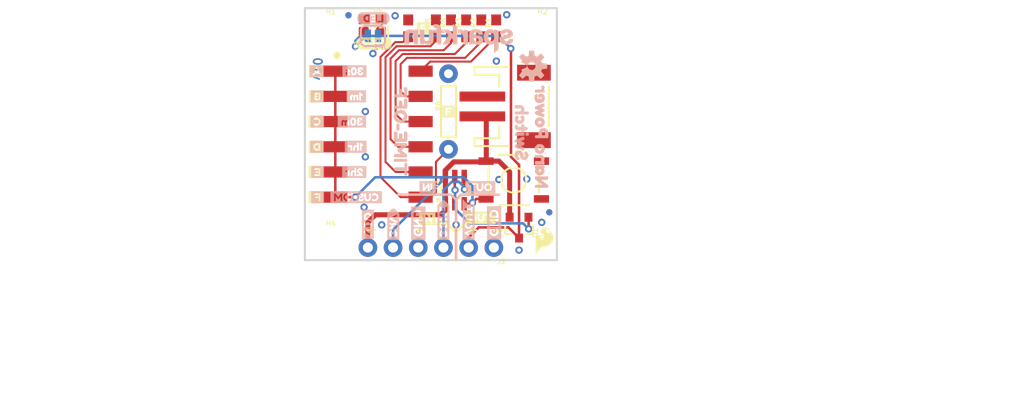
<source format=kicad_pcb>
(kicad_pcb (version 20211014) (generator pcbnew)
  (layers (0 "F.Cu" signal) (31 "B.Cu" signal) (34 "B.Paste" user) (35 "F.Paste" user) (36 "B.SilkS" user "B.Silkscreen") (37 "F.SilkS" user "F.Silkscreen") (38 "B.Mask" user) (39 "F.Mask" user) (44 "Edge.Cuts" user))
  (net 0 "")
  (net 1 "GND")
  (net 2 "VDD")
  (net 3 "N$1")
  (net 4 "N$5")
  (net 5 "N$6")
  (net 6 "N$9")
  (net 7 "N$8")
  (net 8 "N$7")
  (net 9 "N$4")
  (net 10 "~{DRV}")
  (net 11 "N$11")
  (net 12 "DONE")
  (net 13 "DELAY/M_DRIVE")
  (net 14 "VDD_OUT")
  (footprint "boardEagle:FIDUCIAL-MICRO" (layer "F.Cu") (at 160.4391 112.8776)
    (fp_text reference "FD4" hide)
    (fp_text value "FIDUCIALUFIDUCIAL" hide)
    (pad "1" smd roundrect (at 0 0) (size 0.635 0.635) (layers "F.Cu" "F.Mask") (roundrect_rratio 0.5))
  )
  (footprint "boardEagle:D3" (layer "F.Cu") (at 135.8011 106.2736)
    (fp_text reference "U$20" hide)
    (fp_text value "" hide)
  )
  (footprint "boardEagle:0603" (layer "F.Cu") (at 155.0797 94.3356 90)
    (fp_text reference "R1" (at 0 -0.762 90) (layer "F.SilkS") (effects (font (size 0.512064 0.512064) (thickness 0.097536)) (justify left)))
    (fp_text value "16.2k")
    (pad "1" smd rect (at -0.85 0 90) (size 1.1 1) (layers "F.Cu" "F.Paste" "F.Mask") (net 9 "N$4"))
    (pad "2" smd rect (at 0.85 0 90) (size 1.1 1) (layers "F.Cu" "F.Paste" "F.Mask") (net 1 "GND"))
  )
  (footprint "boardEagle:AXIAL-0.3" (layer "F.Cu") (at 150.2791 102.7176 90)
    (fp_text reference "R8" (at 0 -1.016 90) (layer "F.SilkS") (effects (font (size 0.512064 0.512064) (thickness 0.097536)) (justify left)))
    (fp_text value " ")
    (pad "P$1" thru_hole circle (at -3.81 0 90) (size 1.8796 1.8796) (drill 0.9) (layers *.Cu *.Mask) (net 6 "N$9"))
    (pad "P$2" thru_hole circle (at 3.81 0 90) (size 1.8796 1.8796) (drill 0.9) (layers *.Cu *.Mask) (net 1 "GND"))
  )
  (footprint "boardEagle:CREATIVE_COMMONS" (layer "F.Cu") (at 125.3871 133.1976)
    (fp_text reference "FRAME1" hide)
    (fp_text value "FRAME-LETTER" hide)
  )
  (footprint "boardEagle:0603" (layer "F.Cu") (at 152.0571 94.3356 90)
    (fp_text reference "R3" (at 0 -0.762 90) (layer "F.SilkS") (effects (font (size 0.512064 0.512064) (thickness 0.097536)) (justify left)))
    (fp_text value "93.1k")
    (pad "1" smd rect (at -0.85 0 90) (size 1.1 1) (layers "F.Cu" "F.Paste" "F.Mask") (net 5 "N$6"))
    (pad "2" smd rect (at 0.85 0 90) (size 1.1 1) (layers "F.Cu" "F.Paste" "F.Mask") (net 1 "GND"))
  )
  (footprint "boardEagle:FIDUCIAL-MICRO" (layer "F.Cu") (at 140.1953 93.0148)
    (fp_text reference "FD2" hide)
    (fp_text value "FIDUCIALUFIDUCIAL" hide)
    (pad "1" smd roundrect (at 0 0) (size 0.635 0.635) (layers "F.Cu" "F.Mask") (roundrect_rratio 0.5))
  )
  (footprint "boardEagle:DIPSWITCH-06-SMD" (layer "F.Cu") (at 143.1671 105.0036 -90)
    (fp_text reference "SW1" (at -8.89 2.54) (layer "F.SilkS") (effects (font (size 0.752978 0.752978) (thickness 0.059822)) (justify left)))
    (fp_text value "DIP-06")
    (pad "1" smd rect (at -6.35 4.3) (size 2.44 1.13) (layers "F.Cu" "F.Paste" "F.Mask") (net 13 "DELAY/M_DRIVE"))
    (pad "2" smd rect (at -3.81 4.3) (size 2.44 1.13) (layers "F.Cu" "F.Paste" "F.Mask") (net 13 "DELAY/M_DRIVE"))
    (pad "3" smd rect (at -1.27 4.3) (size 2.44 1.13) (layers "F.Cu" "F.Paste" "F.Mask") (net 13 "DELAY/M_DRIVE"))
    (pad "4" smd rect (at 1.27 4.3) (size 2.44 1.13) (layers "F.Cu" "F.Paste" "F.Mask") (net 13 "DELAY/M_DRIVE"))
    (pad "5" smd rect (at 3.81 4.3) (size 2.44 1.13) (layers "F.Cu" "F.Paste" "F.Mask") (net 13 "DELAY/M_DRIVE"))
    (pad "6" smd rect (at 6.35 4.3) (size 2.44 1.13) (layers "F.Cu" "F.Paste" "F.Mask") (net 13 "DELAY/M_DRIVE"))
    (pad "7" smd rect (at 6.35 -4.3) (size 2.44 1.13) (layers "F.Cu" "F.Paste" "F.Mask") (net 6 "N$9"))
    (pad "8" smd rect (at 3.81 -4.3) (size 2.44 1.13) (layers "F.Cu" "F.Paste" "F.Mask") (net 7 "N$8"))
    (pad "9" smd rect (at 1.27 -4.3) (size 2.44 1.13) (layers "F.Cu" "F.Paste" "F.Mask") (net 8 "N$7"))
    (pad "10" smd rect (at -1.27 -4.3) (size 2.44 1.13) (layers "F.Cu" "F.Paste" "F.Mask") (net 5 "N$6"))
    (pad "11" smd rect (at -3.81 -4.3) (size 2.44 1.13) (layers "F.Cu" "F.Paste" "F.Mask") (net 4 "N$5"))
    (pad "12" smd rect (at -6.35 -4.3) (size 2.44 1.13) (layers "F.Cu" "F.Paste" "F.Mask") (net 9 "N$4"))
  )
  (footprint "boardEagle:B1" (layer "F.Cu") (at 135.8011 101.1936)
    (fp_text reference "U$18" hide)
    (fp_text value "" hide)
  )
  (footprint "boardEagle:STAND-OFF-TIGHT" (layer "F.Cu") (at 159.1691 94.3356)
    (fp_text reference "H2" (at 0 -1.651) (layer "F.SilkS") (effects (font (size 0.512064 0.512064) (thickness 0.097536)) (justify left)))
    (fp_text value "STAND-OFFTIGHT")
    (pad "" np_thru_hole circle (at 0 0) (size 3.048 3.048) (drill 3.048) (layers *.Cu *.Mask))
  )
  (footprint "boardEagle:F5" (layer "F.Cu") (at 146.7231 94.3356)
    (fp_text reference "U$24" hide)
    (fp_text value "" hide)
  )
  (footprint "boardEagle:OUT1" (layer "F.Cu") (at 151.6507 113.411)
    (fp_text reference "U$34" hide)
    (fp_text value "" hide)
  )
  (footprint "boardEagle:C2" (layer "F.Cu") (at 135.8011 103.7336)
    (fp_text reference "U$19" hide)
    (fp_text value "" hide)
  )
  (footprint "boardEagle:STAND-OFF-TIGHT" (layer "F.Cu") (at 137.8331 115.6716)
    (fp_text reference "H4" (at 0 -1.651) (layer "F.SilkS") (effects (font (size 0.512064 0.512064) (thickness 0.097536)) (justify left)))
    (fp_text value "STAND-OFFTIGHT")
    (pad "" np_thru_hole circle (at 0 0) (size 3.048 3.048) (drill 3.048) (layers *.Cu *.Mask))
  )
  (footprint "boardEagle:A0" (layer "F.Cu") (at 135.8011 98.6536)
    (fp_text reference "U$17" hide)
    (fp_text value "" hide)
  )
  (footprint "boardEagle:0603" (layer "F.Cu") (at 153.5811 94.3356 90)
    (fp_text reference "R2" (at 0 -0.762 90) (layer "F.SilkS") (effects (font (size 0.512064 0.512064) (thickness 0.097536)) (justify left)))
    (fp_text value "22k")
    (pad "1" smd rect (at -0.85 0 90) (size 1.1 1) (layers "F.Cu" "F.Paste" "F.Mask") (net 4 "N$5"))
    (pad "2" smd rect (at 0.85 0 90) (size 1.1 1) (layers "F.Cu" "F.Paste" "F.Mask") (net 1 "GND"))
  )
  (footprint "boardEagle:SOT23-3" (layer "F.Cu") (at 157.3911 114.3762 180)
    (fp_text reference "Q1" (at -1.651 0 90) (layer "F.SilkS") (effects (font (size 0.512064 0.512064) (thickness 0.097536)) (justify right)))
    (fp_text value "1.1A/60V/600mΩ")
    (pad "1" smd rect (at -0.95 1 180) (size 0.8 0.9) (layers "F.Cu" "F.Paste" "F.Mask") (net 10 "~{DRV}"))
    (pad "2" smd rect (at 0.95 1 180) (size 0.8 0.9) (layers "F.Cu" "F.Paste" "F.Mask") (net 2 "VDD"))
    (pad "3" smd rect (at 0 -1.1 180) (size 0.8 0.9) (layers "F.Cu" "F.Paste" "F.Mask") (net 14 "VDD_OUT"))
  )
  (footprint "boardEagle:1X06_NO_SILK" (layer "F.Cu") (at 154.8511 116.4336 180)
    (fp_text reference "J2" (at -1.27 -1.397) (layer "F.SilkS") (effects (font (size 0.512064 0.512064) (thickness 0.097536)) (justify right)))
    (fp_text value "")
    (pad "1" thru_hole circle (at 0 0 270) (size 1.8796 1.8796) (drill 1.016) (layers *.Cu *.Mask) (net 1 "GND"))
    (pad "2" thru_hole circle (at 2.54 0 270) (size 1.8796 1.8796) (drill 1.016) (layers *.Cu *.Mask) (net 14 "VDD_OUT"))
    (pad "3" thru_hole circle (at 5.08 0 270) (size 1.8796 1.8796) (drill 1.016) (layers *.Cu *.Mask) (net 12 "DONE"))
    (pad "4" thru_hole circle (at 7.62 0 270) (size 1.8796 1.8796) (drill 1.016) (layers *.Cu *.Mask) (net 1 "GND"))
    (pad "5" thru_hole circle (at 10.16 0 270) (size 1.8796 1.8796) (drill 1.016) (layers *.Cu *.Mask) (net 13 "DELAY/M_DRIVE"))
    (pad "6" thru_hole circle (at 12.7 0 270) (size 1.8796 1.8796) (drill 1.016) (layers *.Cu *.Mask) (net 2 "VDD"))
  )
  (footprint "boardEagle:LED-0603" (layer "F.Cu") (at 142.6083 94.6912)
    (fp_text reference "D1" (at 0 -0.635) (layer "F.SilkS") (effects (font (size 0.512064 0.512064) (thickness 0.097536)) (justify left)))
    (fp_text value "RED")
    (pad "A" smd roundrect (at -0.877 0 270) (size 1 1) (layers "F.Cu" "F.Paste" "F.Mask") (roundrect_rratio 0.15) (net 11 "N$11"))
    (pad "C" smd roundrect (at 0.877 0 270) (size 1 1) (layers "F.Cu" "F.Paste" "F.Mask") (roundrect_rratio 0.15) (net 3 "N$1"))
  )
  (footprint "boardEagle:PWR-()-03" (layer "F.Cu") (at 140.8811 95.8596)
    (fp_text reference "U$35" hide)
    (fp_text value "" hide)
  )
  (footprint "boardEagle:TACTILE_SWITCH_SMD_5.2MM" (layer "F.Cu") (at 156.8577 109.6264)
    (fp_text reference "S1" (at 0 -2.667) (layer "F.SilkS") (effects (font (size 0.512064 0.512064) (thickness 0.097536)) (justify left)))
    (fp_text value "MOMENTARY-SWITCH-SPST-SMD-5.2MM-TALL")
    (pad "1" smd rect (at -2.794 -1.905 90) (size 0.762 1.524) (layers "F.Cu" "F.Paste" "F.Mask") (net 2 "VDD"))
    (pad "2" smd rect (at 2.794 -1.905 90) (size 0.762 1.524) (layers "F.Cu" "F.Paste" "F.Mask"))
    (pad "3" smd rect (at -2.794 1.905 90) (size 0.762 1.524) (layers "F.Cu" "F.Paste" "F.Mask") (net 13 "DELAY/M_DRIVE"))
    (pad "4" smd rect (at 2.794 1.905 90) (size 0.762 1.524) (layers "F.Cu" "F.Paste" "F.Mask"))
  )
  (footprint "boardEagle:F5" (layer "F.Cu") (at 149.2631 102.7176)
    (fp_text reference "U$23" hide)
    (fp_text value "" hide)
  )
  (footprint "boardEagle:SFE_LOGO_FLAME_.1" (layer "F.Cu") (at 159.9311 115.6716)
    (fp_text reference "LOGO3" hide)
    (fp_text value "SFE_LOGO_FLAME.1_INCH" hide)
  )
  (footprint "boardEagle:E4" (layer "F.Cu") (at 135.8011 108.8136)
    (fp_text reference "U$21" hide)
    (fp_text value "" hide)
  )
  (footprint "boardEagle:JST-2-SMD" (layer "F.Cu") (at 157.3911 102.2096 -90)
    (fp_text reference "J1" (at -1.397 -1.778 90) (layer "F.SilkS") (effects (font (size 0.512064 0.512064) (thickness 0.097536)) (justify right)))
    (fp_text value "")
    (pad "1" smd rect (at -1 3.7 270) (size 1 4.6) (layers "F.Cu" "F.Paste" "F.Mask") (net 1 "GND"))
    (pad "2" smd rect (at 1 3.7 270) (size 1 4.6) (layers "F.Cu" "F.Paste" "F.Mask") (net 2 "VDD"))
    (pad "NC1" smd rect (at -3.4 -1.5) (size 3.4 1.6) (layers "F.Cu" "F.Paste" "F.Mask"))
    (pad "NC2" smd rect (at 3.4 -1.5) (size 3.4 1.6) (layers "F.Cu" "F.Paste" "F.Mask"))
  )
  (footprint "boardEagle:F5" (layer "F.Cu") (at 135.8011 111.3536)
    (fp_text reference "U$22" hide)
    (fp_text value "" hide)
  )
  (footprint "boardEagle:STAND-OFF-TIGHT" (layer "F.Cu") (at 137.8331 94.3356)
    (fp_text reference "H1" (at 0 -1.651) (layer "F.SilkS") (effects (font (size 0.512064 0.512064) (thickness 0.097536)) (justify left)))
    (fp_text value "STAND-OFFTIGHT")
    (pad "" np_thru_hole circle (at 0 0) (size 3.048 3.048) (drill 3.048) (layers *.Cu *.Mask))
  )
  (footprint "boardEagle:0603" (layer "F.Cu") (at 149.0091 94.3356 90)
    (fp_text reference "R5" (at 0 -0.762 90) (layer "F.SilkS") (effects (font (size 0.512064 0.512064) (thickness 0.097536)) (justify left)))
    (fp_text value "169K")
    (pad "1" smd rect (at -0.85 0 90) (size 1.1 1) (layers "F.Cu" "F.Paste" "F.Mask") (net 7 "N$8"))
    (pad "2" smd rect (at 0.85 0 90) (size 1.1 1) (layers "F.Cu" "F.Paste" "F.Mask") (net 1 "GND"))
  )
  (footprint "boardEagle:SOT23-6" (layer "F.Cu") (at 150.9141 110.6424)
    (fp_text reference "U1" (at -1.905 0 90) (layer "F.SilkS") (effects (font (size 0.512064 0.512064) (thickness 0.097536)) (justify left)))
    (fp_text value "TPL5110")
    (pad "1" smd rect (at -0.95 1.3751) (size 0.55 1.35) (layers "F.Cu" "F.Paste" "F.Mask") (net 2 "VDD"))
    (pad "2" smd rect (at 0 1.3751) (size 0.55 1.35) (layers "F.Cu" "F.Paste" "F.Mask") (net 1 "GND"))
    (pad "3" smd rect (at 0.95 1.3751) (size 0.55 1.35) (layers "F.Cu" "F.Paste" "F.Mask") (net 13 "DELAY/M_DRIVE"))
    (pad "4" smd rect (at 0.95 -1.3751) (size 0.55 1.35) (layers "F.Cu" "F.Paste" "F.Mask") (net 12 "DONE"))
    (pad "5" smd rect (at 0 -1.3751) (size 0.55 1.35) (layers "F.Cu" "F.Paste" "F.Mask") (net 10 "~{DRV}"))
    (pad "6" smd rect (at -0.95 -1.3751) (size 0.55 1.35) (layers "F.Cu" "F.Paste" "F.Mask") (net 2 "VDD"))
  )
  (footprint "boardEagle:0603" (layer "F.Cu") (at 142.6337 93.4212)
    (fp_text reference "R6" (at 0 -0.762) (layer "F.SilkS") (effects (font (size 0.512064 0.512064) (thickness 0.097536)) (justify left)))
    (fp_text value "1k")
    (pad "1" smd rect (at -0.85 0) (size 1.1 1) (layers "F.Cu" "F.Paste" "F.Mask") (net 1 "GND"))
    (pad "2" smd rect (at 0.85 0) (size 1.1 1) (layers "F.Cu" "F.Paste" "F.Mask") (net 3 "N$1"))
  )
  (footprint "boardEagle:0603" (layer "F.Cu") (at 146.2151 94.3356 -90)
    (fp_text reference "R7" (at 0 -0.762 90) (layer "F.SilkS") (effects (font (size 0.512064 0.512064) (thickness 0.097536)) (justify right)))
    (fp_text value " ")
    (pad "1" smd rect (at -0.85 0 270) (size 1.1 1) (layers "F.Cu" "F.Paste" "F.Mask") (net 1 "GND"))
    (pad "2" smd rect (at 0.85 0 270) (size 1.1 1) (layers "F.Cu" "F.Paste" "F.Mask") (net 6 "N$9"))
  )
  (footprint "boardEagle:0603" (layer "F.Cu") (at 150.5331 94.3356 90)
    (fp_text reference "R4" (at 0 -0.762 90) (layer "F.SilkS") (effects (font (size 0.512064 0.512064) (thickness 0.097536)) (justify left)))
    (fp_text value "124k")
    (pad "1" smd rect (at -0.85 0 90) (size 1.1 1) (layers "F.Cu" "F.Paste" "F.Mask") (net 8 "N$7"))
    (pad "2" smd rect (at 0.85 0 90) (size 1.1 1) (layers "F.Cu" "F.Paste" "F.Mask") (net 1 "GND"))
  )
  (footprint "boardEagle:IN0" (layer "F.Cu") (at 146.9263 113.5126)
    (fp_text reference "U$33" hide)
    (fp_text value "" hide)
  )
  (footprint "boardEagle:DRV0" (layer "B.Cu") (at 144.7165 116.0526 90)
    (fp_text reference "U$16" hide)
    (fp_text value "" hide)
  )
  (footprint "boardEagle:IN0" (layer "B.Cu") (at 149.3901 110.3376 180)
    (fp_text reference "U$31" hide)
    (fp_text value "" hide)
  )
  (footprint "boardEagle:CUSTOM0" (layer "B.Cu") (at 143.9291 111.3536 180)
    (fp_text reference "U$14" hide)
    (fp_text value "" hide)
  )
  (footprint "boardEagle:LED0" (layer "B.Cu") (at 144.4371 93.3196 180)
    (fp_text reference "U$13" hide)
    (fp_text value "" hide)
  )
  (footprint "boardEagle:FIDUCIAL-MICRO" (layer "B.Cu") (at 140.1953 93.0148 180)
    (fp_text reference "FD1" hide)
    (fp_text value "FIDUCIALUFIDUCIAL" hide)
    (pad "1" smd roundrect (at 0 0 180) (size 0.635 0.635) (layers "B.Cu" "B.Mask") (roundrect_rratio 0.5))
  )
  (footprint "boardEagle:30M2" (layer "B.Cu") (at 142.3289 103.7336 180)
    (fp_text reference "U$10" hide)
    (fp_text value "" hide)
  )
  (footprint "boardEagle:TIME#OFF0" (layer "B.Cu") (at 145.4531 110.3376 90)
    (fp_text reference "U$15" hide)
    (fp_text value "" hide)
  )
  (footprint "boardEagle:2HR4" (layer "B.Cu") (at 142.3543 108.8136 180)
    (fp_text reference "U$12" hide)
    (fp_text value "" hide)
  )
  (footprint "boardEagle:NANO_POWER0" (layer "B.Cu") (at 159.6771 111.6076 90)
    (fp_text reference "U$6" hide)
    (fp_text value "" hide)
  )
  (footprint "boardEagle:SFE_LOGO_NAME_.1" (layer "B.Cu") (at 151.2951 95.3516 180)
    (fp_text reference "LOGO1" hide)
    (fp_text value "SFE_LOGO_NAME.1_INCH" hide)
  )
  (footprint "boardEagle:1M0" (layer "B.Cu") (at 142.3543 101.1936 180)
    (fp_text reference "U$8" hide)
    (fp_text value "" hide)
  )
  (footprint "boardEagle:VOUT0" (layer "B.Cu") (at 152.3111 116.078 90)
    (fp_text reference "U$3" hide)
    (fp_text value "" hide)
  )
  (footprint "boardEagle:F5" (layer "B.Cu") (at 138.0871 111.3536 180)
    (fp_text reference "U$30" hide)
    (fp_text value "" hide)
  )
  (footprint "boardEagle:FIDUCIAL-MICRO" (layer "B.Cu") (at 160.4391 112.8776 180)
    (fp_text reference "FD3" hide)
    (fp_text value "FIDUCIALUFIDUCIAL" hide)
    (pad "1" smd roundrect (at 0 0 180) (size 0.635 0.635) (layers "B.Cu" "B.Mask") (roundrect_rratio 0.5))
  )
  (footprint "boardEagle:A0" (layer "B.Cu") (at 138.0871 98.6536 180)
    (fp_text reference "U$25" hide)
    (fp_text value "" hide)
  )
  (footprint "boardEagle:OUT1" (layer "B.Cu") (at 155.3591 110.3376 180)
    (fp_text reference "U$32" hide)
    (fp_text value "" hide)
  )
  (footprint "boardEagle:E4" (layer "B.Cu") (at 138.0871 108.8136 180)
    (fp_text reference "U$29" hide)
    (fp_text value "" hide)
  )
  (footprint "boardEagle:GND-03" (layer "B.Cu") (at 147.2311 116.1034 90)
    (fp_text reference "U$4" hide)
    (fp_text value "" hide)
  )
  (footprint "boardEagle:D3" (layer "B.Cu") (at 138.0871 106.2736 180)
    (fp_text reference "U$28" hide)
    (fp_text value "" hide)
  )
  (footprint "boardEagle:B1" (layer "B.Cu") (at 138.0871 101.1936 180)
    (fp_text reference "U$26" hide)
    (fp_text value "" hide)
  )
  (footprint "boardEagle:SMT-JUMPER_2_NC_TRACE_SILK" (layer "B.Cu") (at 142.6591 95.0976)
    (fp_text reference "JP2" (at 0 1.143) (layer "B.SilkS") (effects (font (size 0.512064 0.512064) (thickness 0.097536)) (justify right mirror)))
    (fp_text value "LED")
    (fp_poly (pts (xy -0.2032 -0.127) (xy 0.2032 -0.127) (xy 0.2032 0.127) (xy -0.2032 0.127)) (layer "B.Cu") (width 0) (fill solid))
    (pad "1" smd rect (at -0.508 0) (size 0.635 1.27) (layers "B.Cu" "B.Mask") (net 11 "N$11"))
    (pad "2" smd rect (at 0.508 0) (size 0.635 1.27) (layers "B.Cu" "B.Mask") (net 14 "VDD_OUT"))
  )
  (footprint "boardEagle:GND-03" (layer "B.Cu") (at 154.8765 116.078 90)
    (fp_text reference "U$2" hide)
    (fp_text value "" hide)
  )
  (footprint "boardEagle:C2" (layer "B.Cu") (at 138.0871 103.7336 180)
    (fp_text reference "U$27" hide)
    (fp_text value "" hide)
  )
  (footprint "boardEagle:OSHW-LOGO-S" (layer "B.Cu") (at 158.6611 98.1456 90)
    (fp_text reference "LOGO2" hide)
    (fp_text value "OSHW-LOGOS" hide)
  )
  (footprint "boardEagle:DONE0" (layer "B.Cu") (at 149.7711 116.0272 90)
    (fp_text reference "U$1" hide)
    (fp_text value "" hide)
  )
  (footprint "boardEagle:VDD0" (layer "B.Cu") (at 142.1511 115.9256 90)
    (fp_text reference "U$5" hide)
    (fp_text value "" hide)
  )
  (footprint "boardEagle:SWITCH0" (layer "B.Cu") (at 157.6451 108.8136 90)
    (fp_text reference "U$7" hide)
    (fp_text value "" hide)
  )
  (footprint "boardEagle:30S4" (layer "B.Cu") (at 142.4051 98.6536 180)
    (fp_text reference "U$9" hide)
    (fp_text value "" hide)
  )
  (footprint "boardEagle:1HR3" (layer "B.Cu") (at 142.3797 106.2736 180)
    (fp_text reference "U$11" hide)
    (fp_text value "" hide)
  )
  (gr_line (start 151.0411 111.6076) (end 150.5331 111.0996) (layer "B.SilkS") (width 0.254))
  (gr_line (start 151.0411 117.7036) (end 151.0411 111.6076) (layer "B.SilkS") (width 0.254))
  (gr_line (start 151.0411 111.6076) (end 151.5491 111.0996) (layer "B.SilkS") (width 0.254))
  (gr_line (start 150.5331 111.0996) (end 145.1991 111.0996) (layer "B.SilkS") (width 0.254))
  (gr_line (start 151.5491 111.0996) (end 155.3591 111.0996) (layer "B.SilkS") (width 0.254))
  (gr_line (start 151.0411 114.9096) (end 150.1521 114.0206) (layer "F.SilkS") (width 0.254))
  (gr_line (start 152.0317 113.919) (end 154.9273 113.919) (layer "F.SilkS") (width 0.254))
  (gr_line (start 150.1521 114.0206) (end 147.5105 114.0206) (layer "F.SilkS") (width 0.254))
  (gr_line (start 151.0411 117.4496) (end 151.0411 114.9096) (layer "F.SilkS") (width 0.254))
  (gr_line (start 151.0411 114.9096) (end 152.0317 113.919) (layer "F.SilkS") (width 0.254))
  (gr_line (start 135.8011 117.7036) (end 135.8011 92.3036) (layer "Edge.Cuts") (width 0.2032))
  (gr_line (start 135.8011 92.3036) (end 161.2011 92.3036) (layer "Edge.Cuts") (width 0.2032))
  (gr_line (start 161.2011 92.3036) (end 161.2011 117.7036) (layer "Edge.Cuts") (width 0.2032))
  (gr_line (start 161.2011 117.7036) (end 135.8011 117.7036) (layer "Edge.Cuts") (width 0.2032))
  (gr_text "v10" (at 136.5631 99.6696 -90) (layer "B.Cu") (effects (font (size 0.8636 0.8636) (thickness 0.1524)) (justify left bottom mirror)))
  (gr_text "-" (at 146.7739 115.2398) (layer "F.SilkS") (effects (font (size 1.0795 1.0795) (thickness 0.1905)) (justify left bottom)))
  (gr_text "+" (at 151.8793 115.2398) (layer "F.SilkS") (effects (font (size 1.0795 1.0795) (thickness 0.1905)) (justify left bottom)))
  (gr_text "+" (at 141.6939 115.2398) (layer "F.SilkS") (effects (font (size 1.0795 1.0795) (thickness 0.1905)) (justify left bottom)))
  (gr_text "-" (at 154.4447 115.2398) (layer "F.SilkS") (effects (font (size 1.0795 1.0795) (thickness 0.1905)) (justify left bottom)))
  (via (at 141.8971 102.7176) (size 0.7366) (drill 0.381) (layers "F.Cu" "B.Cu") (net 1))
  (via (at 151.0411 114.1476) (size 0.7366) (drill 0.381) (layers "F.Cu" "B.Cu") (net 1))
  (via (at 141.7701 112.3696) (size 0.7366) (drill 0.381) (layers "F.Cu" "B.Cu") (net 1))
  (via (at 155.3591 109.5756) (size 0.7366) (drill 0.381) (layers "F.Cu" "B.Cu") (net 1))
  (via (at 143.5481 114.1476) (size 0.7366) (drill 0.381) (layers "F.Cu" "B.Cu") (net 1))
  (via (at 142.6591 96.8756) (size 0.7366) (drill 0.381) (layers "F.Cu" "B.Cu") (net 1))
  (via (at 144.8943 93.0656) (size 0.7366) (drill 0.381) (layers "F.Cu" "B.Cu") (net 1))
  (via (at 155.1051 97.6376) (size 0.7366) (drill 0.381) (layers "F.Cu" "B.Cu") (net 1))
  (via (at 156.1465 92.964) (size 0.7366) (drill 0.381) (layers "F.Cu" "B.Cu") (net 1))
  (via (at 158.1785 109.5248) (size 0.7366) (drill 0.381) (layers "F.Cu" "B.Cu") (net 1))
  (via (at 141.8971 107.2896) (size 0.7366) (drill 0.381) (layers "F.Cu" "B.Cu") (net 1))
  (via (at 157.3911 116.6876) (size 0.7366) (drill 0.381) (layers "F.Cu" "B.Cu") (net 1))
  (via (at 159.6771 113.8936) (size 0.7366) (drill 0.381) (layers "F.Cu" "B.Cu") (net 1))
  (segment (start 154.0891 107.7976) (end 154.0891 103.6076) (width 0.508) (layer "F.Cu") (net 2))
  (segment (start 150.8125 107.7976) (end 153.9875 107.7976) (width 0.508) (layer "F.Cu") (net 2))
  (segment (start 153.9875 107.7976) (end 154.0891 107.7976) (width 0.254) (layer "F.Cu") (net 2))
  (segment (start 149.9641 112.0175) (end 149.9641 109.2673) (width 0.508) (layer "F.Cu") (net 2))
  (segment (start 149.9641 109.2673) (end 149.9641 108.646) (width 0.508) (layer "F.Cu") (net 2))
  (segment (start 149.9641 112.6592) (end 149.9641 112.0175) (width 0.508) (layer "F.Cu") (net 2))
  (segment (start 156.4411 108.8034) (end 156.4411 113.3762) (width 0.508) (layer "F.Cu") (net 2))
  (segment (start 149.9641 108.646) (end 150.8125 107.7976) (width 0.508) (layer "F.Cu") (net 2))
  (segment (start 142.1511 116.4336) (end 142.1511 113.8936) (width 0.508) (layer "F.Cu") (net 2))
  (segment (start 153.6911 103.2096) (end 154.0891 103.6076) (width 0.254) (layer "F.Cu") (net 2))
  (segment (start 149.9641 112.6592) (end 149.4917 113.1316) (width 0.508) (layer "F.Cu") (net 2))
  (segment (start 154.0637 107.7214) (end 155.3591 107.7214) (width 0.508) (layer "F.Cu") (net 2))
  (segment (start 153.9875 107.7976) (end 154.0637 107.7214) (width 0.254) (layer "F.Cu") (net 2))
  (segment (start 155.3591 107.7214) (end 156.4411 108.8034) (width 0.508) (layer "F.Cu") (net 2))
  (segment (start 142.1511 113.8936) (end 142.9131 113.1316) (width 0.508) (layer "F.Cu") (net 2))
  (segment (start 149.4917 113.1316) (end 142.9131 113.1316) (width 0.508) (layer "F.Cu") (net 2))
  (segment (start 143.4853 94.6912) (end 143.4837 94.6896) (width 0.254) (layer "F.Cu") (net 3))
  (segment (start 143.4837 93.4212) (end 143.4837 94.6896) (width 0.254) (layer "F.Cu") (net 3))
  (segment (start 153.5811 95.6818) (end 151.9555 97.3074) (width 0.2032) (layer "F.Cu") (net 4))
  (segment (start 145.9611 101.1936) (end 147.4671 101.1936) (width 0.2032) (layer "F.Cu") (net 4))
  (segment (start 145.4531 100.6856) (end 145.9611 101.1936) (width 0.2032) (layer "F.Cu") (net 4))
  (segment (start 153.5811 95.1856) (end 153.5811 95.6818) (width 0.2032) (layer "F.Cu") (net 4))
  (segment (start 146.0881 97.3074) (end 145.4531 97.9424) (width 0.2032) (layer "F.Cu") (net 4))
  (segment (start 145.4531 97.9424) (end 145.4531 100.6856) (width 0.2032) (layer "F.Cu") (net 4))
  (segment (start 151.9555 97.3074) (end 146.0881 97.3074) (width 0.2032) (layer "F.Cu") (net 4))
  (segment (start 144.9451 97.6376) (end 145.6563 96.9264) (width 0.2032) (layer "F.Cu") (net 5))
  (segment (start 144.9451 102.9716) (end 144.9451 97.6376) (width 0.2032) (layer "F.Cu") (net 5))
  (segment (start 145.7071 103.7336) (end 144.9451 102.9716) (width 0.2032) (layer "F.Cu") (net 5))
  (segment (start 150.9141 96.9264) (end 152.0571 95.7834) (width 0.2032) (layer "F.Cu") (net 5))
  (segment (start 145.6563 96.9264) (end 150.9141 96.9264) (width 0.2032) (layer "F.Cu") (net 5))
  (segment (start 152.0571 95.7834) (end 152.0571 95.1856) (width 0.2032) (layer "F.Cu") (net 5))
  (segment (start 147.4671 103.7336) (end 145.7071 103.7336) (width 0.2032) (layer "F.Cu") (net 5))
  (segment (start 146.2151 95.1856) (end 145.6817 95.719) (width 0.2032) (layer "F.Cu") (net 6))
  (segment (start 149.0091 110.8456) (end 149.0091 107.7976) (width 0.2032) (layer "F.Cu") (net 6))
  (segment (start 144.9197 95.719) (end 143.4211 97.2176) (width 0.2032) (layer "F.Cu") (net 6))
  (segment (start 143.4211 109.3216) (end 143.4211 97.2176) (width 0.2032) (layer "F.Cu") (net 6))
  (segment (start 147.4671 111.3536) (end 145.4531 111.3536) (width 0.2032) (layer "F.Cu") (net 6))
  (segment (start 145.4531 111.3536) (end 143.4211 109.3216) (width 0.2032) (layer "F.Cu") (net 6))
  (segment (start 149.0091 107.7976) (end 150.2791 106.5276) (width 0.2032) (layer "F.Cu") (net 6))
  (segment (start 145.6817 95.719) (end 144.9197 95.719) (width 0.2032) (layer "F.Cu") (net 6))
  (segment (start 148.5011 111.3536) (end 149.0091 110.8456) (width 0.2032) (layer "F.Cu") (net 6))
  (segment (start 147.4671 111.3536) (end 148.5011 111.3536) (width 0.2032) (layer "F.Cu") (net 6))
  (segment (start 148.4621 96.139) (end 145.0467 96.139) (width 0.2032) (layer "F.Cu") (net 7))
  (segment (start 144.9451 108.8136) (end 147.4671 108.8136) (width 0.2032) (layer "F.Cu") (net 7))
  (segment (start 145.0467 96.139) (end 143.9291 97.2566) (width 0.2032) (layer "F.Cu") (net 7))
  (segment (start 149.0091 95.592) (end 148.4621 96.139) (width 0.2032) (layer "F.Cu") (net 7))
  (segment (start 149.0091 95.1856) (end 149.0091 95.592) (width 0.2032) (layer "F.Cu") (net 7))
  (segment (start 143.9291 97.2566) (end 143.9291 107.7976) (width 0.2032) (layer "F.Cu") (net 7))
  (segment (start 143.9291 107.7976) (end 144.9451 108.8136) (width 0.2032) (layer "F.Cu") (net 7))
  (segment (start 150.5331 95.1856) (end 150.5331 95.8088) (width 0.2032) (layer "F.Cu") (net 8))
  (segment (start 145.1991 106.2736) (end 147.4671 106.2736) (width 0.2032) (layer "F.Cu") (net 8))
  (segment (start 149.7965 96.5454) (end 145.2753 96.5454) (width 0.2032) (layer "F.Cu") (net 8))
  (segment (start 144.4371 105.5116) (end 145.1991 106.2736) (width 0.2032) (layer "F.Cu") (net 8))
  (segment (start 150.5331 95.8088) (end 149.7965 96.5454) (width 0.2032) (layer "F.Cu") (net 8))
  (segment (start 144.4371 97.3836) (end 144.4371 105.5116) (width 0.2032) (layer "F.Cu") (net 8))
  (segment (start 145.2753 96.5454) (end 144.4371 97.3836) (width 0.2032) (layer "F.Cu") (net 8))
  (segment (start 147.4671 98.6536) (end 148.4323 97.6884) (width 0.2032) (layer "F.Cu") (net 9))
  (segment (start 155.0797 95.1856) (end 155.0425 95.1856) (width 0.2032) (layer "F.Cu") (net 9))
  (segment (start 155.0425 95.1856) (end 152.5397 97.6884) (width 0.2032) (layer "F.Cu") (net 9))
  (segment (start 148.4323 97.6884) (end 152.5397 97.6884) (width 0.2032) (layer "F.Cu") (net 9))
  (segment (start 158.3563 113.3914) (end 158.3563 114.554) (width 0.254) (layer "F.Cu") (net 10))
  (segment (start 158.3411 113.3762) (end 158.3563 113.3914) (width 0.254) (layer "F.Cu") (net 10))
  (segment (start 150.9141 109.2673) (end 150.9141 110.617) (width 0.254) (layer "F.Cu") (net 10))
  (segment (start 150.9141 110.617) (end 150.9395 110.6424) (width 0.254) (layer "F.Cu") (net 10))
  (via (at 150.9395 110.6424) (size 0.7366) (drill 0.381) (layers "F.Cu" "B.Cu") (net 10))
  (via (at 158.3563 114.554) (size 0.7366) (drill 0.381) (layers "F.Cu" "B.Cu") (net 10))
  (segment (start 157.7975 113.9952) (end 158.3563 114.554) (width 0.254) (layer "B.Cu") (net 10))
  (segment (start 150.9395 110.6424) (end 150.9395 112.522) (width 0.254) (layer "B.Cu") (net 10))
  (segment (start 152.4127 113.9952) (end 157.7975 113.9952) (width 0.254) (layer "B.Cu") (net 10))
  (segment (start 150.9395 112.522) (end 152.4127 113.9952) (width 0.254) (layer "B.Cu") (net 10))
  (segment (start 141.7313 94.6912) (end 141.7313 95.3396) (width 0.2032) (layer "F.Cu") (net 11))
  (segment (start 141.7313 95.3396) (end 140.9065 96.1644) (width 0.2032) (layer "F.Cu") (net 11))
  (via (at 140.9065 96.1644) (size 0.7366) (drill 0.381) (layers "F.Cu" "B.Cu") (net 11))
  (segment (start 140.9065 96.1644) (end 140.9065 95.5802) (width 0.254) (layer "B.Cu") (net 11))
  (segment (start 141.3891 95.0976) (end 142.1511 95.0976) (width 0.254) (layer "B.Cu") (net 11))
  (segment (start 140.9065 95.5802) (end 141.3891 95.0976) (width 0.254) (layer "B.Cu") (net 11))
  (segment (start 151.8641 110.5408) (end 151.8895 110.5662) (width 0.254) (layer "F.Cu") (net 12))
  (segment (start 151.8641 109.2673) (end 151.8641 110.5408) (width 0.254) (layer "F.Cu") (net 12))
  (via (at 151.8895 110.5662) (size 0.7366) (drill 0.381) (layers "F.Cu" "B.Cu") (net 12))
  (segment (start 151.8895 110.5662) (end 151.8895 110.363) (width 0.254) (layer "B.Cu") (net 12))
  (segment (start 151.3307 109.8042) (end 150.6093 109.8042) (width 0.254) (layer "B.Cu") (net 12))
  (segment (start 149.7711 116.4336) (end 149.7711 110.6424) (width 0.254) (layer "B.Cu") (net 12))
  (segment (start 151.8895 110.363) (end 151.3307 109.8042) (width 0.254) (layer "B.Cu") (net 12))
  (segment (start 149.7711 110.6424) (end 150.6093 109.8042) (width 0.254) (layer "B.Cu") (net 12))
  (segment (start 138.8671 98.6536) (end 138.8671 101.1936) (width 0.254) (layer "F.Cu") (net 13))
  (segment (start 153.0766 111.5314) (end 152.6921 111.9159) (width 0.254) (layer "F.Cu") (net 13))
  (segment (start 152.6921 111.9667) (end 152.6413 112.0175) (width 0.254) (layer "F.Cu") (net 13))
  (segment (start 138.8671 111.3536) (end 140.8811 111.3536) (width 0.254) (layer "F.Cu") (net 13))
  (segment (start 154.0637 111.5314) (end 153.0766 111.5314) (width 0.254) (layer "F.Cu") (net 13))
  (segment (start 152.6921 111.9667) (end 152.6921 111.9159) (width 0.254) (layer "F.Cu") (net 13))
  (segment (start 138.8671 103.7336) (end 138.8671 101.1936) (width 0.254) (layer "F.Cu") (net 13))
  (segment (start 138.8671 108.8136) (end 138.8671 106.2736) (width 0.254) (layer "F.Cu") (net 13))
  (segment (start 138.8671 106.2736) (end 138.8671 103.7336) (width 0.254) (layer "F.Cu") (net 13))
  (segment (start 138.8671 111.3536) (end 138.8671 108.8136) (width 0.254) (layer "F.Cu") (net 13))
  (segment (start 152.6413 112.0175) (end 151.8641 112.0175) (width 0.254) (layer "F.Cu") (net 13))
  (via (at 152.6921 111.9159) (size 0.7366) (drill 0.381) (layers "F.Cu" "B.Cu") (net 13))
  (via (at 140.8811 111.3536) (size 0.7366) (drill 0.381) (layers "F.Cu" "B.Cu") (net 13))
  (segment (start 144.6911 114.6556) (end 149.5171 109.8296) (width 0.254) (layer "B.Cu") (net 13))
  (segment (start 149.5171 109.8296) (end 149.5171 109.347) (width 0.254) (layer "B.Cu") (net 13))
  (segment (start 149.5171 109.347) (end 142.8877 109.347) (width 0.254) (layer "B.Cu") (net 13))
  (segment (start 151.803106 109.347) (end 149.5171 109.347) (width 0.254) (layer "B.Cu") (net 13))
  (segment (start 152.6921 110.235994) (end 151.803106 109.347) (width 0.254) (layer "B.Cu") (net 13))
  (segment (start 142.8877 109.347) (end 140.8811 111.3536) (width 0.254) (layer "B.Cu") (net 13))
  (segment (start 152.6921 111.9159) (end 152.6921 110.235994) (width 0.254) (layer "B.Cu") (net 13))
  (segment (start 144.6911 116.4336) (end 144.6911 114.6556) (width 0.254) (layer "B.Cu") (net 13))
  (segment (start 156.5783 96.393) (end 156.5529 96.3676) (width 0.254) (layer "F.Cu") (net 14))
  (segment (start 156.5783 96.393) (end 156.5783 107.2896) (width 0.254) (layer "F.Cu") (net 14))
  (segment (start 152.3111 115.4176) (end 152.3111 116.4336) (width 0.254) (layer "F.Cu") (net 14))
  (segment (start 157.3911 115.4762) (end 157.3911 108.1024) (width 0.254) (layer "F.Cu") (net 14))
  (segment (start 157.3911 115.4762) (end 156.3165 114.4016) (width 0.254) (layer "F.Cu") (net 14))
  (segment (start 157.3911 108.1024) (end 156.5783 107.2896) (width 0.254) (layer "F.Cu") (net 14))
  (segment (start 153.3271 114.4016) (end 152.3111 115.4176) (width 0.254) (layer "F.Cu") (net 14))
  (segment (start 156.3165 114.4016) (end 153.3271 114.4016) (width 0.254) (layer "F.Cu") (net 14))
  (via (at 156.5529 96.3676) (size 0.7366) (drill 0.381) (layers "F.Cu" "B.Cu") (net 14))
  (segment (start 155.2829 95.0976) (end 143.1671 95.0976) (width 0.254) (layer "B.Cu") (net 14))
  (segment (start 156.5529 96.3676) (end 155.2829 95.0976) (width 0.254) (layer "B.Cu") (net 14))
)
</source>
